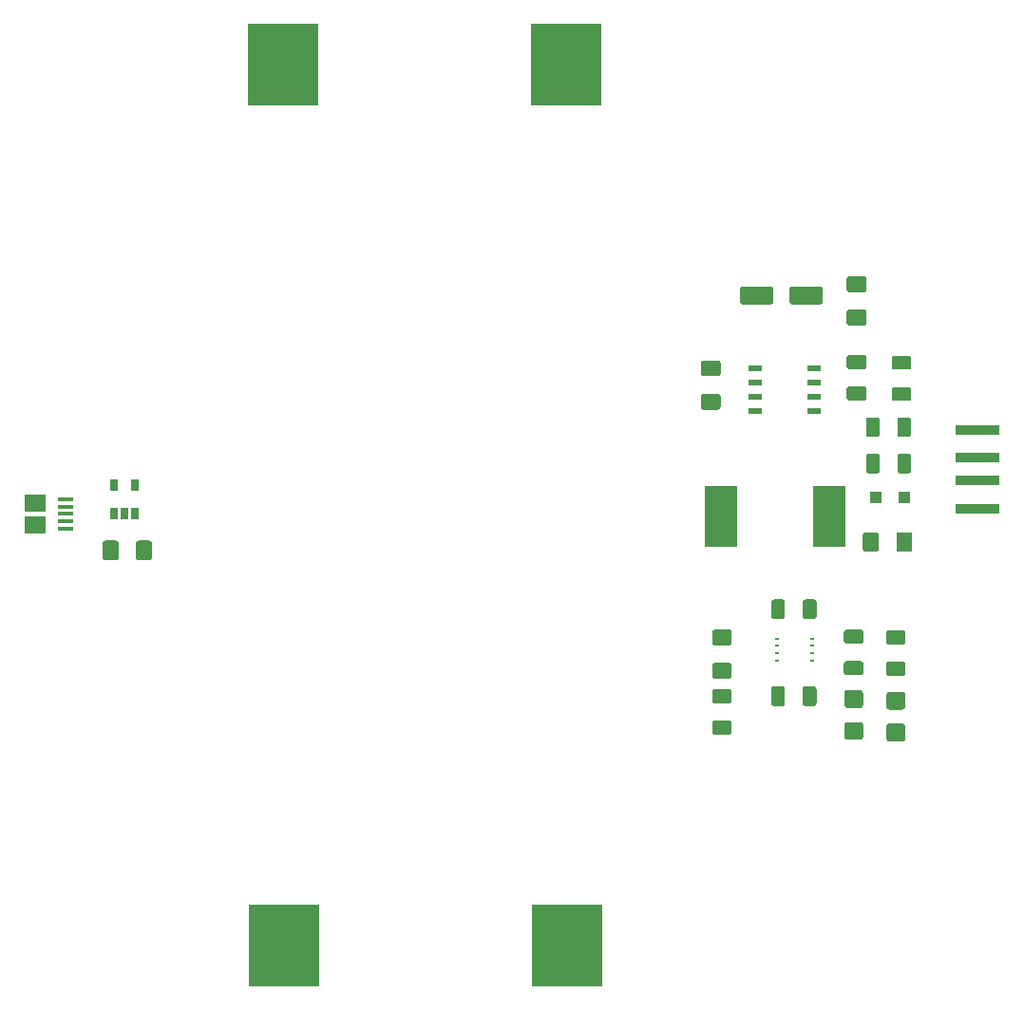
<source format=gbr>
G04 #@! TF.GenerationSoftware,KiCad,Pcbnew,(5.1.2-1)-1*
G04 #@! TF.CreationDate,2019-08-06T14:05:24+03:00*
G04 #@! TF.ProjectId,Boost_Converter,426f6f73-745f-4436-9f6e-766572746572,rev?*
G04 #@! TF.SameCoordinates,Original*
G04 #@! TF.FileFunction,Paste,Top*
G04 #@! TF.FilePolarity,Positive*
%FSLAX46Y46*%
G04 Gerber Fmt 4.6, Leading zero omitted, Abs format (unit mm)*
G04 Created by KiCad (PCBNEW (5.1.2-1)-1) date 2019-08-06 14:05:24*
%MOMM*%
%LPD*%
G04 APERTURE LIST*
%ADD10C,0.100000*%
%ADD11C,1.600000*%
%ADD12R,6.340000X7.340000*%
%ADD13C,1.425000*%
%ADD14R,1.000000X1.000000*%
%ADD15R,4.000000X0.900000*%
%ADD16R,1.900000X1.500000*%
%ADD17R,1.350000X0.400000*%
%ADD18R,2.900000X5.400000*%
%ADD19C,1.250000*%
%ADD20R,1.270000X0.510000*%
%ADD21R,0.380000X0.200000*%
%ADD22R,0.700000X1.000000*%
G04 APERTURE END LIST*
D10*
G36*
X103599504Y-91201204D02*
G01*
X103623773Y-91204804D01*
X103647571Y-91210765D01*
X103670671Y-91219030D01*
X103692849Y-91229520D01*
X103713893Y-91242133D01*
X103733598Y-91256747D01*
X103751777Y-91273223D01*
X103768253Y-91291402D01*
X103782867Y-91311107D01*
X103795480Y-91332151D01*
X103805970Y-91354329D01*
X103814235Y-91377429D01*
X103820196Y-91401227D01*
X103823796Y-91425496D01*
X103825000Y-91450000D01*
X103825000Y-92550000D01*
X103823796Y-92574504D01*
X103820196Y-92598773D01*
X103814235Y-92622571D01*
X103805970Y-92645671D01*
X103795480Y-92667849D01*
X103782867Y-92688893D01*
X103768253Y-92708598D01*
X103751777Y-92726777D01*
X103733598Y-92743253D01*
X103713893Y-92757867D01*
X103692849Y-92770480D01*
X103670671Y-92780970D01*
X103647571Y-92789235D01*
X103623773Y-92795196D01*
X103599504Y-92798796D01*
X103575000Y-92800000D01*
X102425000Y-92800000D01*
X102400496Y-92798796D01*
X102376227Y-92795196D01*
X102352429Y-92789235D01*
X102329329Y-92780970D01*
X102307151Y-92770480D01*
X102286107Y-92757867D01*
X102266402Y-92743253D01*
X102248223Y-92726777D01*
X102231747Y-92708598D01*
X102217133Y-92688893D01*
X102204520Y-92667849D01*
X102194030Y-92645671D01*
X102185765Y-92622571D01*
X102179804Y-92598773D01*
X102176204Y-92574504D01*
X102175000Y-92550000D01*
X102175000Y-91450000D01*
X102176204Y-91425496D01*
X102179804Y-91401227D01*
X102185765Y-91377429D01*
X102194030Y-91354329D01*
X102204520Y-91332151D01*
X102217133Y-91311107D01*
X102231747Y-91291402D01*
X102248223Y-91273223D01*
X102266402Y-91256747D01*
X102286107Y-91242133D01*
X102307151Y-91229520D01*
X102329329Y-91219030D01*
X102352429Y-91210765D01*
X102376227Y-91204804D01*
X102400496Y-91201204D01*
X102425000Y-91200000D01*
X103575000Y-91200000D01*
X103599504Y-91201204D01*
X103599504Y-91201204D01*
G37*
D11*
X103000000Y-92000000D03*
D10*
G36*
X103599504Y-94051204D02*
G01*
X103623773Y-94054804D01*
X103647571Y-94060765D01*
X103670671Y-94069030D01*
X103692849Y-94079520D01*
X103713893Y-94092133D01*
X103733598Y-94106747D01*
X103751777Y-94123223D01*
X103768253Y-94141402D01*
X103782867Y-94161107D01*
X103795480Y-94182151D01*
X103805970Y-94204329D01*
X103814235Y-94227429D01*
X103820196Y-94251227D01*
X103823796Y-94275496D01*
X103825000Y-94300000D01*
X103825000Y-95400000D01*
X103823796Y-95424504D01*
X103820196Y-95448773D01*
X103814235Y-95472571D01*
X103805970Y-95495671D01*
X103795480Y-95517849D01*
X103782867Y-95538893D01*
X103768253Y-95558598D01*
X103751777Y-95576777D01*
X103733598Y-95593253D01*
X103713893Y-95607867D01*
X103692849Y-95620480D01*
X103670671Y-95630970D01*
X103647571Y-95639235D01*
X103623773Y-95645196D01*
X103599504Y-95648796D01*
X103575000Y-95650000D01*
X102425000Y-95650000D01*
X102400496Y-95648796D01*
X102376227Y-95645196D01*
X102352429Y-95639235D01*
X102329329Y-95630970D01*
X102307151Y-95620480D01*
X102286107Y-95607867D01*
X102266402Y-95593253D01*
X102248223Y-95576777D01*
X102231747Y-95558598D01*
X102217133Y-95538893D01*
X102204520Y-95517849D01*
X102194030Y-95495671D01*
X102185765Y-95472571D01*
X102179804Y-95448773D01*
X102176204Y-95424504D01*
X102175000Y-95400000D01*
X102175000Y-94300000D01*
X102176204Y-94275496D01*
X102179804Y-94251227D01*
X102185765Y-94227429D01*
X102194030Y-94204329D01*
X102204520Y-94182151D01*
X102217133Y-94161107D01*
X102231747Y-94141402D01*
X102248223Y-94123223D01*
X102266402Y-94106747D01*
X102286107Y-94092133D01*
X102307151Y-94079520D01*
X102329329Y-94069030D01*
X102352429Y-94060765D01*
X102376227Y-94054804D01*
X102400496Y-94051204D01*
X102425000Y-94050000D01*
X103575000Y-94050000D01*
X103599504Y-94051204D01*
X103599504Y-94051204D01*
G37*
D11*
X103000000Y-94850000D03*
D12*
X52190000Y-114010000D03*
X52100000Y-35440000D03*
X77350000Y-35440000D03*
X77440000Y-114010000D03*
D10*
G36*
X100024504Y-55201204D02*
G01*
X100048773Y-55204804D01*
X100072571Y-55210765D01*
X100095671Y-55219030D01*
X100117849Y-55229520D01*
X100138893Y-55242133D01*
X100158598Y-55256747D01*
X100176777Y-55273223D01*
X100193253Y-55291402D01*
X100207867Y-55311107D01*
X100220480Y-55332151D01*
X100230970Y-55354329D01*
X100239235Y-55377429D01*
X100245196Y-55401227D01*
X100248796Y-55425496D01*
X100250000Y-55450000D01*
X100250000Y-56550000D01*
X100248796Y-56574504D01*
X100245196Y-56598773D01*
X100239235Y-56622571D01*
X100230970Y-56645671D01*
X100220480Y-56667849D01*
X100207867Y-56688893D01*
X100193253Y-56708598D01*
X100176777Y-56726777D01*
X100158598Y-56743253D01*
X100138893Y-56757867D01*
X100117849Y-56770480D01*
X100095671Y-56780970D01*
X100072571Y-56789235D01*
X100048773Y-56795196D01*
X100024504Y-56798796D01*
X100000000Y-56800000D01*
X97500000Y-56800000D01*
X97475496Y-56798796D01*
X97451227Y-56795196D01*
X97427429Y-56789235D01*
X97404329Y-56780970D01*
X97382151Y-56770480D01*
X97361107Y-56757867D01*
X97341402Y-56743253D01*
X97323223Y-56726777D01*
X97306747Y-56708598D01*
X97292133Y-56688893D01*
X97279520Y-56667849D01*
X97269030Y-56645671D01*
X97260765Y-56622571D01*
X97254804Y-56598773D01*
X97251204Y-56574504D01*
X97250000Y-56550000D01*
X97250000Y-55450000D01*
X97251204Y-55425496D01*
X97254804Y-55401227D01*
X97260765Y-55377429D01*
X97269030Y-55354329D01*
X97279520Y-55332151D01*
X97292133Y-55311107D01*
X97306747Y-55291402D01*
X97323223Y-55273223D01*
X97341402Y-55256747D01*
X97361107Y-55242133D01*
X97382151Y-55229520D01*
X97404329Y-55219030D01*
X97427429Y-55210765D01*
X97451227Y-55204804D01*
X97475496Y-55201204D01*
X97500000Y-55200000D01*
X100000000Y-55200000D01*
X100024504Y-55201204D01*
X100024504Y-55201204D01*
G37*
D11*
X98750000Y-56000000D03*
D10*
G36*
X95624504Y-55201204D02*
G01*
X95648773Y-55204804D01*
X95672571Y-55210765D01*
X95695671Y-55219030D01*
X95717849Y-55229520D01*
X95738893Y-55242133D01*
X95758598Y-55256747D01*
X95776777Y-55273223D01*
X95793253Y-55291402D01*
X95807867Y-55311107D01*
X95820480Y-55332151D01*
X95830970Y-55354329D01*
X95839235Y-55377429D01*
X95845196Y-55401227D01*
X95848796Y-55425496D01*
X95850000Y-55450000D01*
X95850000Y-56550000D01*
X95848796Y-56574504D01*
X95845196Y-56598773D01*
X95839235Y-56622571D01*
X95830970Y-56645671D01*
X95820480Y-56667849D01*
X95807867Y-56688893D01*
X95793253Y-56708598D01*
X95776777Y-56726777D01*
X95758598Y-56743253D01*
X95738893Y-56757867D01*
X95717849Y-56770480D01*
X95695671Y-56780970D01*
X95672571Y-56789235D01*
X95648773Y-56795196D01*
X95624504Y-56798796D01*
X95600000Y-56800000D01*
X93100000Y-56800000D01*
X93075496Y-56798796D01*
X93051227Y-56795196D01*
X93027429Y-56789235D01*
X93004329Y-56780970D01*
X92982151Y-56770480D01*
X92961107Y-56757867D01*
X92941402Y-56743253D01*
X92923223Y-56726777D01*
X92906747Y-56708598D01*
X92892133Y-56688893D01*
X92879520Y-56667849D01*
X92869030Y-56645671D01*
X92860765Y-56622571D01*
X92854804Y-56598773D01*
X92851204Y-56574504D01*
X92850000Y-56550000D01*
X92850000Y-55450000D01*
X92851204Y-55425496D01*
X92854804Y-55401227D01*
X92860765Y-55377429D01*
X92869030Y-55354329D01*
X92879520Y-55332151D01*
X92892133Y-55311107D01*
X92906747Y-55291402D01*
X92923223Y-55273223D01*
X92941402Y-55256747D01*
X92961107Y-55242133D01*
X92982151Y-55229520D01*
X93004329Y-55219030D01*
X93027429Y-55210765D01*
X93051227Y-55204804D01*
X93075496Y-55201204D01*
X93100000Y-55200000D01*
X95600000Y-55200000D01*
X95624504Y-55201204D01*
X95624504Y-55201204D01*
G37*
D11*
X94350000Y-56000000D03*
D10*
G36*
X103899504Y-57263704D02*
G01*
X103923773Y-57267304D01*
X103947571Y-57273265D01*
X103970671Y-57281530D01*
X103992849Y-57292020D01*
X104013893Y-57304633D01*
X104033598Y-57319247D01*
X104051777Y-57335723D01*
X104068253Y-57353902D01*
X104082867Y-57373607D01*
X104095480Y-57394651D01*
X104105970Y-57416829D01*
X104114235Y-57439929D01*
X104120196Y-57463727D01*
X104123796Y-57487996D01*
X104125000Y-57512500D01*
X104125000Y-58437500D01*
X104123796Y-58462004D01*
X104120196Y-58486273D01*
X104114235Y-58510071D01*
X104105970Y-58533171D01*
X104095480Y-58555349D01*
X104082867Y-58576393D01*
X104068253Y-58596098D01*
X104051777Y-58614277D01*
X104033598Y-58630753D01*
X104013893Y-58645367D01*
X103992849Y-58657980D01*
X103970671Y-58668470D01*
X103947571Y-58676735D01*
X103923773Y-58682696D01*
X103899504Y-58686296D01*
X103875000Y-58687500D01*
X102625000Y-58687500D01*
X102600496Y-58686296D01*
X102576227Y-58682696D01*
X102552429Y-58676735D01*
X102529329Y-58668470D01*
X102507151Y-58657980D01*
X102486107Y-58645367D01*
X102466402Y-58630753D01*
X102448223Y-58614277D01*
X102431747Y-58596098D01*
X102417133Y-58576393D01*
X102404520Y-58555349D01*
X102394030Y-58533171D01*
X102385765Y-58510071D01*
X102379804Y-58486273D01*
X102376204Y-58462004D01*
X102375000Y-58437500D01*
X102375000Y-57512500D01*
X102376204Y-57487996D01*
X102379804Y-57463727D01*
X102385765Y-57439929D01*
X102394030Y-57416829D01*
X102404520Y-57394651D01*
X102417133Y-57373607D01*
X102431747Y-57353902D01*
X102448223Y-57335723D01*
X102466402Y-57319247D01*
X102486107Y-57304633D01*
X102507151Y-57292020D01*
X102529329Y-57281530D01*
X102552429Y-57273265D01*
X102576227Y-57267304D01*
X102600496Y-57263704D01*
X102625000Y-57262500D01*
X103875000Y-57262500D01*
X103899504Y-57263704D01*
X103899504Y-57263704D01*
G37*
D13*
X103250000Y-57975000D03*
D10*
G36*
X103899504Y-54288704D02*
G01*
X103923773Y-54292304D01*
X103947571Y-54298265D01*
X103970671Y-54306530D01*
X103992849Y-54317020D01*
X104013893Y-54329633D01*
X104033598Y-54344247D01*
X104051777Y-54360723D01*
X104068253Y-54378902D01*
X104082867Y-54398607D01*
X104095480Y-54419651D01*
X104105970Y-54441829D01*
X104114235Y-54464929D01*
X104120196Y-54488727D01*
X104123796Y-54512996D01*
X104125000Y-54537500D01*
X104125000Y-55462500D01*
X104123796Y-55487004D01*
X104120196Y-55511273D01*
X104114235Y-55535071D01*
X104105970Y-55558171D01*
X104095480Y-55580349D01*
X104082867Y-55601393D01*
X104068253Y-55621098D01*
X104051777Y-55639277D01*
X104033598Y-55655753D01*
X104013893Y-55670367D01*
X103992849Y-55682980D01*
X103970671Y-55693470D01*
X103947571Y-55701735D01*
X103923773Y-55707696D01*
X103899504Y-55711296D01*
X103875000Y-55712500D01*
X102625000Y-55712500D01*
X102600496Y-55711296D01*
X102576227Y-55707696D01*
X102552429Y-55701735D01*
X102529329Y-55693470D01*
X102507151Y-55682980D01*
X102486107Y-55670367D01*
X102466402Y-55655753D01*
X102448223Y-55639277D01*
X102431747Y-55621098D01*
X102417133Y-55601393D01*
X102404520Y-55580349D01*
X102394030Y-55558171D01*
X102385765Y-55535071D01*
X102379804Y-55511273D01*
X102376204Y-55487004D01*
X102375000Y-55462500D01*
X102375000Y-54537500D01*
X102376204Y-54512996D01*
X102379804Y-54488727D01*
X102385765Y-54464929D01*
X102394030Y-54441829D01*
X102404520Y-54419651D01*
X102417133Y-54398607D01*
X102431747Y-54378902D01*
X102448223Y-54360723D01*
X102466402Y-54344247D01*
X102486107Y-54329633D01*
X102507151Y-54317020D01*
X102529329Y-54306530D01*
X102552429Y-54298265D01*
X102576227Y-54292304D01*
X102600496Y-54288704D01*
X102625000Y-54287500D01*
X103875000Y-54287500D01*
X103899504Y-54288704D01*
X103899504Y-54288704D01*
G37*
D13*
X103250000Y-55000000D03*
D10*
G36*
X90899504Y-61801204D02*
G01*
X90923773Y-61804804D01*
X90947571Y-61810765D01*
X90970671Y-61819030D01*
X90992849Y-61829520D01*
X91013893Y-61842133D01*
X91033598Y-61856747D01*
X91051777Y-61873223D01*
X91068253Y-61891402D01*
X91082867Y-61911107D01*
X91095480Y-61932151D01*
X91105970Y-61954329D01*
X91114235Y-61977429D01*
X91120196Y-62001227D01*
X91123796Y-62025496D01*
X91125000Y-62050000D01*
X91125000Y-62975000D01*
X91123796Y-62999504D01*
X91120196Y-63023773D01*
X91114235Y-63047571D01*
X91105970Y-63070671D01*
X91095480Y-63092849D01*
X91082867Y-63113893D01*
X91068253Y-63133598D01*
X91051777Y-63151777D01*
X91033598Y-63168253D01*
X91013893Y-63182867D01*
X90992849Y-63195480D01*
X90970671Y-63205970D01*
X90947571Y-63214235D01*
X90923773Y-63220196D01*
X90899504Y-63223796D01*
X90875000Y-63225000D01*
X89625000Y-63225000D01*
X89600496Y-63223796D01*
X89576227Y-63220196D01*
X89552429Y-63214235D01*
X89529329Y-63205970D01*
X89507151Y-63195480D01*
X89486107Y-63182867D01*
X89466402Y-63168253D01*
X89448223Y-63151777D01*
X89431747Y-63133598D01*
X89417133Y-63113893D01*
X89404520Y-63092849D01*
X89394030Y-63070671D01*
X89385765Y-63047571D01*
X89379804Y-63023773D01*
X89376204Y-62999504D01*
X89375000Y-62975000D01*
X89375000Y-62050000D01*
X89376204Y-62025496D01*
X89379804Y-62001227D01*
X89385765Y-61977429D01*
X89394030Y-61954329D01*
X89404520Y-61932151D01*
X89417133Y-61911107D01*
X89431747Y-61891402D01*
X89448223Y-61873223D01*
X89466402Y-61856747D01*
X89486107Y-61842133D01*
X89507151Y-61829520D01*
X89529329Y-61819030D01*
X89552429Y-61810765D01*
X89576227Y-61804804D01*
X89600496Y-61801204D01*
X89625000Y-61800000D01*
X90875000Y-61800000D01*
X90899504Y-61801204D01*
X90899504Y-61801204D01*
G37*
D13*
X90250000Y-62512500D03*
D10*
G36*
X90899504Y-64776204D02*
G01*
X90923773Y-64779804D01*
X90947571Y-64785765D01*
X90970671Y-64794030D01*
X90992849Y-64804520D01*
X91013893Y-64817133D01*
X91033598Y-64831747D01*
X91051777Y-64848223D01*
X91068253Y-64866402D01*
X91082867Y-64886107D01*
X91095480Y-64907151D01*
X91105970Y-64929329D01*
X91114235Y-64952429D01*
X91120196Y-64976227D01*
X91123796Y-65000496D01*
X91125000Y-65025000D01*
X91125000Y-65950000D01*
X91123796Y-65974504D01*
X91120196Y-65998773D01*
X91114235Y-66022571D01*
X91105970Y-66045671D01*
X91095480Y-66067849D01*
X91082867Y-66088893D01*
X91068253Y-66108598D01*
X91051777Y-66126777D01*
X91033598Y-66143253D01*
X91013893Y-66157867D01*
X90992849Y-66170480D01*
X90970671Y-66180970D01*
X90947571Y-66189235D01*
X90923773Y-66195196D01*
X90899504Y-66198796D01*
X90875000Y-66200000D01*
X89625000Y-66200000D01*
X89600496Y-66198796D01*
X89576227Y-66195196D01*
X89552429Y-66189235D01*
X89529329Y-66180970D01*
X89507151Y-66170480D01*
X89486107Y-66157867D01*
X89466402Y-66143253D01*
X89448223Y-66126777D01*
X89431747Y-66108598D01*
X89417133Y-66088893D01*
X89404520Y-66067849D01*
X89394030Y-66045671D01*
X89385765Y-66022571D01*
X89379804Y-65998773D01*
X89376204Y-65974504D01*
X89375000Y-65950000D01*
X89375000Y-65025000D01*
X89376204Y-65000496D01*
X89379804Y-64976227D01*
X89385765Y-64952429D01*
X89394030Y-64929329D01*
X89404520Y-64907151D01*
X89417133Y-64886107D01*
X89431747Y-64866402D01*
X89448223Y-64848223D01*
X89466402Y-64831747D01*
X89486107Y-64817133D01*
X89507151Y-64804520D01*
X89529329Y-64794030D01*
X89552429Y-64785765D01*
X89576227Y-64779804D01*
X89600496Y-64776204D01*
X89625000Y-64775000D01*
X90875000Y-64775000D01*
X90899504Y-64776204D01*
X90899504Y-64776204D01*
G37*
D13*
X90250000Y-65487500D03*
D10*
G36*
X107987004Y-77126204D02*
G01*
X108011273Y-77129804D01*
X108035071Y-77135765D01*
X108058171Y-77144030D01*
X108080349Y-77154520D01*
X108101393Y-77167133D01*
X108121098Y-77181747D01*
X108139277Y-77198223D01*
X108155753Y-77216402D01*
X108170367Y-77236107D01*
X108182980Y-77257151D01*
X108193470Y-77279329D01*
X108201735Y-77302429D01*
X108207696Y-77326227D01*
X108211296Y-77350496D01*
X108212500Y-77375000D01*
X108212500Y-78625000D01*
X108211296Y-78649504D01*
X108207696Y-78673773D01*
X108201735Y-78697571D01*
X108193470Y-78720671D01*
X108182980Y-78742849D01*
X108170367Y-78763893D01*
X108155753Y-78783598D01*
X108139277Y-78801777D01*
X108121098Y-78818253D01*
X108101393Y-78832867D01*
X108080349Y-78845480D01*
X108058171Y-78855970D01*
X108035071Y-78864235D01*
X108011273Y-78870196D01*
X107987004Y-78873796D01*
X107962500Y-78875000D01*
X107037500Y-78875000D01*
X107012996Y-78873796D01*
X106988727Y-78870196D01*
X106964929Y-78864235D01*
X106941829Y-78855970D01*
X106919651Y-78845480D01*
X106898607Y-78832867D01*
X106878902Y-78818253D01*
X106860723Y-78801777D01*
X106844247Y-78783598D01*
X106829633Y-78763893D01*
X106817020Y-78742849D01*
X106806530Y-78720671D01*
X106798265Y-78697571D01*
X106792304Y-78673773D01*
X106788704Y-78649504D01*
X106787500Y-78625000D01*
X106787500Y-77375000D01*
X106788704Y-77350496D01*
X106792304Y-77326227D01*
X106798265Y-77302429D01*
X106806530Y-77279329D01*
X106817020Y-77257151D01*
X106829633Y-77236107D01*
X106844247Y-77216402D01*
X106860723Y-77198223D01*
X106878902Y-77181747D01*
X106898607Y-77167133D01*
X106919651Y-77154520D01*
X106941829Y-77144030D01*
X106964929Y-77135765D01*
X106988727Y-77129804D01*
X107012996Y-77126204D01*
X107037500Y-77125000D01*
X107962500Y-77125000D01*
X107987004Y-77126204D01*
X107987004Y-77126204D01*
G37*
D13*
X107500000Y-78000000D03*
D10*
G36*
X105012004Y-77126204D02*
G01*
X105036273Y-77129804D01*
X105060071Y-77135765D01*
X105083171Y-77144030D01*
X105105349Y-77154520D01*
X105126393Y-77167133D01*
X105146098Y-77181747D01*
X105164277Y-77198223D01*
X105180753Y-77216402D01*
X105195367Y-77236107D01*
X105207980Y-77257151D01*
X105218470Y-77279329D01*
X105226735Y-77302429D01*
X105232696Y-77326227D01*
X105236296Y-77350496D01*
X105237500Y-77375000D01*
X105237500Y-78625000D01*
X105236296Y-78649504D01*
X105232696Y-78673773D01*
X105226735Y-78697571D01*
X105218470Y-78720671D01*
X105207980Y-78742849D01*
X105195367Y-78763893D01*
X105180753Y-78783598D01*
X105164277Y-78801777D01*
X105146098Y-78818253D01*
X105126393Y-78832867D01*
X105105349Y-78845480D01*
X105083171Y-78855970D01*
X105060071Y-78864235D01*
X105036273Y-78870196D01*
X105012004Y-78873796D01*
X104987500Y-78875000D01*
X104062500Y-78875000D01*
X104037996Y-78873796D01*
X104013727Y-78870196D01*
X103989929Y-78864235D01*
X103966829Y-78855970D01*
X103944651Y-78845480D01*
X103923607Y-78832867D01*
X103903902Y-78818253D01*
X103885723Y-78801777D01*
X103869247Y-78783598D01*
X103854633Y-78763893D01*
X103842020Y-78742849D01*
X103831530Y-78720671D01*
X103823265Y-78697571D01*
X103817304Y-78673773D01*
X103813704Y-78649504D01*
X103812500Y-78625000D01*
X103812500Y-77375000D01*
X103813704Y-77350496D01*
X103817304Y-77326227D01*
X103823265Y-77302429D01*
X103831530Y-77279329D01*
X103842020Y-77257151D01*
X103854633Y-77236107D01*
X103869247Y-77216402D01*
X103885723Y-77198223D01*
X103903902Y-77181747D01*
X103923607Y-77167133D01*
X103944651Y-77154520D01*
X103966829Y-77144030D01*
X103989929Y-77135765D01*
X104013727Y-77129804D01*
X104037996Y-77126204D01*
X104062500Y-77125000D01*
X104987500Y-77125000D01*
X105012004Y-77126204D01*
X105012004Y-77126204D01*
G37*
D13*
X104525000Y-78000000D03*
D10*
G36*
X40224504Y-77876204D02*
G01*
X40248773Y-77879804D01*
X40272571Y-77885765D01*
X40295671Y-77894030D01*
X40317849Y-77904520D01*
X40338893Y-77917133D01*
X40358598Y-77931747D01*
X40376777Y-77948223D01*
X40393253Y-77966402D01*
X40407867Y-77986107D01*
X40420480Y-78007151D01*
X40430970Y-78029329D01*
X40439235Y-78052429D01*
X40445196Y-78076227D01*
X40448796Y-78100496D01*
X40450000Y-78125000D01*
X40450000Y-79375000D01*
X40448796Y-79399504D01*
X40445196Y-79423773D01*
X40439235Y-79447571D01*
X40430970Y-79470671D01*
X40420480Y-79492849D01*
X40407867Y-79513893D01*
X40393253Y-79533598D01*
X40376777Y-79551777D01*
X40358598Y-79568253D01*
X40338893Y-79582867D01*
X40317849Y-79595480D01*
X40295671Y-79605970D01*
X40272571Y-79614235D01*
X40248773Y-79620196D01*
X40224504Y-79623796D01*
X40200000Y-79625000D01*
X39275000Y-79625000D01*
X39250496Y-79623796D01*
X39226227Y-79620196D01*
X39202429Y-79614235D01*
X39179329Y-79605970D01*
X39157151Y-79595480D01*
X39136107Y-79582867D01*
X39116402Y-79568253D01*
X39098223Y-79551777D01*
X39081747Y-79533598D01*
X39067133Y-79513893D01*
X39054520Y-79492849D01*
X39044030Y-79470671D01*
X39035765Y-79447571D01*
X39029804Y-79423773D01*
X39026204Y-79399504D01*
X39025000Y-79375000D01*
X39025000Y-78125000D01*
X39026204Y-78100496D01*
X39029804Y-78076227D01*
X39035765Y-78052429D01*
X39044030Y-78029329D01*
X39054520Y-78007151D01*
X39067133Y-77986107D01*
X39081747Y-77966402D01*
X39098223Y-77948223D01*
X39116402Y-77931747D01*
X39136107Y-77917133D01*
X39157151Y-77904520D01*
X39179329Y-77894030D01*
X39202429Y-77885765D01*
X39226227Y-77879804D01*
X39250496Y-77876204D01*
X39275000Y-77875000D01*
X40200000Y-77875000D01*
X40224504Y-77876204D01*
X40224504Y-77876204D01*
G37*
D13*
X39737500Y-78750000D03*
D10*
G36*
X37249504Y-77876204D02*
G01*
X37273773Y-77879804D01*
X37297571Y-77885765D01*
X37320671Y-77894030D01*
X37342849Y-77904520D01*
X37363893Y-77917133D01*
X37383598Y-77931747D01*
X37401777Y-77948223D01*
X37418253Y-77966402D01*
X37432867Y-77986107D01*
X37445480Y-78007151D01*
X37455970Y-78029329D01*
X37464235Y-78052429D01*
X37470196Y-78076227D01*
X37473796Y-78100496D01*
X37475000Y-78125000D01*
X37475000Y-79375000D01*
X37473796Y-79399504D01*
X37470196Y-79423773D01*
X37464235Y-79447571D01*
X37455970Y-79470671D01*
X37445480Y-79492849D01*
X37432867Y-79513893D01*
X37418253Y-79533598D01*
X37401777Y-79551777D01*
X37383598Y-79568253D01*
X37363893Y-79582867D01*
X37342849Y-79595480D01*
X37320671Y-79605970D01*
X37297571Y-79614235D01*
X37273773Y-79620196D01*
X37249504Y-79623796D01*
X37225000Y-79625000D01*
X36300000Y-79625000D01*
X36275496Y-79623796D01*
X36251227Y-79620196D01*
X36227429Y-79614235D01*
X36204329Y-79605970D01*
X36182151Y-79595480D01*
X36161107Y-79582867D01*
X36141402Y-79568253D01*
X36123223Y-79551777D01*
X36106747Y-79533598D01*
X36092133Y-79513893D01*
X36079520Y-79492849D01*
X36069030Y-79470671D01*
X36060765Y-79447571D01*
X36054804Y-79423773D01*
X36051204Y-79399504D01*
X36050000Y-79375000D01*
X36050000Y-78125000D01*
X36051204Y-78100496D01*
X36054804Y-78076227D01*
X36060765Y-78052429D01*
X36069030Y-78029329D01*
X36079520Y-78007151D01*
X36092133Y-77986107D01*
X36106747Y-77966402D01*
X36123223Y-77948223D01*
X36141402Y-77931747D01*
X36161107Y-77917133D01*
X36182151Y-77904520D01*
X36204329Y-77894030D01*
X36227429Y-77885765D01*
X36251227Y-77879804D01*
X36275496Y-77876204D01*
X36300000Y-77875000D01*
X37225000Y-77875000D01*
X37249504Y-77876204D01*
X37249504Y-77876204D01*
G37*
D13*
X36762500Y-78750000D03*
D10*
G36*
X91899504Y-85813704D02*
G01*
X91923773Y-85817304D01*
X91947571Y-85823265D01*
X91970671Y-85831530D01*
X91992849Y-85842020D01*
X92013893Y-85854633D01*
X92033598Y-85869247D01*
X92051777Y-85885723D01*
X92068253Y-85903902D01*
X92082867Y-85923607D01*
X92095480Y-85944651D01*
X92105970Y-85966829D01*
X92114235Y-85989929D01*
X92120196Y-86013727D01*
X92123796Y-86037996D01*
X92125000Y-86062500D01*
X92125000Y-86987500D01*
X92123796Y-87012004D01*
X92120196Y-87036273D01*
X92114235Y-87060071D01*
X92105970Y-87083171D01*
X92095480Y-87105349D01*
X92082867Y-87126393D01*
X92068253Y-87146098D01*
X92051777Y-87164277D01*
X92033598Y-87180753D01*
X92013893Y-87195367D01*
X91992849Y-87207980D01*
X91970671Y-87218470D01*
X91947571Y-87226735D01*
X91923773Y-87232696D01*
X91899504Y-87236296D01*
X91875000Y-87237500D01*
X90625000Y-87237500D01*
X90600496Y-87236296D01*
X90576227Y-87232696D01*
X90552429Y-87226735D01*
X90529329Y-87218470D01*
X90507151Y-87207980D01*
X90486107Y-87195367D01*
X90466402Y-87180753D01*
X90448223Y-87164277D01*
X90431747Y-87146098D01*
X90417133Y-87126393D01*
X90404520Y-87105349D01*
X90394030Y-87083171D01*
X90385765Y-87060071D01*
X90379804Y-87036273D01*
X90376204Y-87012004D01*
X90375000Y-86987500D01*
X90375000Y-86062500D01*
X90376204Y-86037996D01*
X90379804Y-86013727D01*
X90385765Y-85989929D01*
X90394030Y-85966829D01*
X90404520Y-85944651D01*
X90417133Y-85923607D01*
X90431747Y-85903902D01*
X90448223Y-85885723D01*
X90466402Y-85869247D01*
X90486107Y-85854633D01*
X90507151Y-85842020D01*
X90529329Y-85831530D01*
X90552429Y-85823265D01*
X90576227Y-85817304D01*
X90600496Y-85813704D01*
X90625000Y-85812500D01*
X91875000Y-85812500D01*
X91899504Y-85813704D01*
X91899504Y-85813704D01*
G37*
D13*
X91250000Y-86525000D03*
D10*
G36*
X91899504Y-88788704D02*
G01*
X91923773Y-88792304D01*
X91947571Y-88798265D01*
X91970671Y-88806530D01*
X91992849Y-88817020D01*
X92013893Y-88829633D01*
X92033598Y-88844247D01*
X92051777Y-88860723D01*
X92068253Y-88878902D01*
X92082867Y-88898607D01*
X92095480Y-88919651D01*
X92105970Y-88941829D01*
X92114235Y-88964929D01*
X92120196Y-88988727D01*
X92123796Y-89012996D01*
X92125000Y-89037500D01*
X92125000Y-89962500D01*
X92123796Y-89987004D01*
X92120196Y-90011273D01*
X92114235Y-90035071D01*
X92105970Y-90058171D01*
X92095480Y-90080349D01*
X92082867Y-90101393D01*
X92068253Y-90121098D01*
X92051777Y-90139277D01*
X92033598Y-90155753D01*
X92013893Y-90170367D01*
X91992849Y-90182980D01*
X91970671Y-90193470D01*
X91947571Y-90201735D01*
X91923773Y-90207696D01*
X91899504Y-90211296D01*
X91875000Y-90212500D01*
X90625000Y-90212500D01*
X90600496Y-90211296D01*
X90576227Y-90207696D01*
X90552429Y-90201735D01*
X90529329Y-90193470D01*
X90507151Y-90182980D01*
X90486107Y-90170367D01*
X90466402Y-90155753D01*
X90448223Y-90139277D01*
X90431747Y-90121098D01*
X90417133Y-90101393D01*
X90404520Y-90080349D01*
X90394030Y-90058171D01*
X90385765Y-90035071D01*
X90379804Y-90011273D01*
X90376204Y-89987004D01*
X90375000Y-89962500D01*
X90375000Y-89037500D01*
X90376204Y-89012996D01*
X90379804Y-88988727D01*
X90385765Y-88964929D01*
X90394030Y-88941829D01*
X90404520Y-88919651D01*
X90417133Y-88898607D01*
X90431747Y-88878902D01*
X90448223Y-88860723D01*
X90466402Y-88844247D01*
X90486107Y-88829633D01*
X90507151Y-88817020D01*
X90529329Y-88806530D01*
X90552429Y-88798265D01*
X90576227Y-88792304D01*
X90600496Y-88788704D01*
X90625000Y-88787500D01*
X91875000Y-88787500D01*
X91899504Y-88788704D01*
X91899504Y-88788704D01*
G37*
D13*
X91250000Y-89500000D03*
D14*
X107500000Y-74000000D03*
X105000000Y-74000000D03*
D10*
G36*
X107349504Y-94201204D02*
G01*
X107373773Y-94204804D01*
X107397571Y-94210765D01*
X107420671Y-94219030D01*
X107442849Y-94229520D01*
X107463893Y-94242133D01*
X107483598Y-94256747D01*
X107501777Y-94273223D01*
X107518253Y-94291402D01*
X107532867Y-94311107D01*
X107545480Y-94332151D01*
X107555970Y-94354329D01*
X107564235Y-94377429D01*
X107570196Y-94401227D01*
X107573796Y-94425496D01*
X107575000Y-94450000D01*
X107575000Y-95550000D01*
X107573796Y-95574504D01*
X107570196Y-95598773D01*
X107564235Y-95622571D01*
X107555970Y-95645671D01*
X107545480Y-95667849D01*
X107532867Y-95688893D01*
X107518253Y-95708598D01*
X107501777Y-95726777D01*
X107483598Y-95743253D01*
X107463893Y-95757867D01*
X107442849Y-95770480D01*
X107420671Y-95780970D01*
X107397571Y-95789235D01*
X107373773Y-95795196D01*
X107349504Y-95798796D01*
X107325000Y-95800000D01*
X106175000Y-95800000D01*
X106150496Y-95798796D01*
X106126227Y-95795196D01*
X106102429Y-95789235D01*
X106079329Y-95780970D01*
X106057151Y-95770480D01*
X106036107Y-95757867D01*
X106016402Y-95743253D01*
X105998223Y-95726777D01*
X105981747Y-95708598D01*
X105967133Y-95688893D01*
X105954520Y-95667849D01*
X105944030Y-95645671D01*
X105935765Y-95622571D01*
X105929804Y-95598773D01*
X105926204Y-95574504D01*
X105925000Y-95550000D01*
X105925000Y-94450000D01*
X105926204Y-94425496D01*
X105929804Y-94401227D01*
X105935765Y-94377429D01*
X105944030Y-94354329D01*
X105954520Y-94332151D01*
X105967133Y-94311107D01*
X105981747Y-94291402D01*
X105998223Y-94273223D01*
X106016402Y-94256747D01*
X106036107Y-94242133D01*
X106057151Y-94229520D01*
X106079329Y-94219030D01*
X106102429Y-94210765D01*
X106126227Y-94204804D01*
X106150496Y-94201204D01*
X106175000Y-94200000D01*
X107325000Y-94200000D01*
X107349504Y-94201204D01*
X107349504Y-94201204D01*
G37*
D11*
X106750000Y-95000000D03*
D10*
G36*
X107349504Y-91351204D02*
G01*
X107373773Y-91354804D01*
X107397571Y-91360765D01*
X107420671Y-91369030D01*
X107442849Y-91379520D01*
X107463893Y-91392133D01*
X107483598Y-91406747D01*
X107501777Y-91423223D01*
X107518253Y-91441402D01*
X107532867Y-91461107D01*
X107545480Y-91482151D01*
X107555970Y-91504329D01*
X107564235Y-91527429D01*
X107570196Y-91551227D01*
X107573796Y-91575496D01*
X107575000Y-91600000D01*
X107575000Y-92700000D01*
X107573796Y-92724504D01*
X107570196Y-92748773D01*
X107564235Y-92772571D01*
X107555970Y-92795671D01*
X107545480Y-92817849D01*
X107532867Y-92838893D01*
X107518253Y-92858598D01*
X107501777Y-92876777D01*
X107483598Y-92893253D01*
X107463893Y-92907867D01*
X107442849Y-92920480D01*
X107420671Y-92930970D01*
X107397571Y-92939235D01*
X107373773Y-92945196D01*
X107349504Y-92948796D01*
X107325000Y-92950000D01*
X106175000Y-92950000D01*
X106150496Y-92948796D01*
X106126227Y-92945196D01*
X106102429Y-92939235D01*
X106079329Y-92930970D01*
X106057151Y-92920480D01*
X106036107Y-92907867D01*
X106016402Y-92893253D01*
X105998223Y-92876777D01*
X105981747Y-92858598D01*
X105967133Y-92838893D01*
X105954520Y-92817849D01*
X105944030Y-92795671D01*
X105935765Y-92772571D01*
X105929804Y-92748773D01*
X105926204Y-92724504D01*
X105925000Y-92700000D01*
X105925000Y-91600000D01*
X105926204Y-91575496D01*
X105929804Y-91551227D01*
X105935765Y-91527429D01*
X105944030Y-91504329D01*
X105954520Y-91482151D01*
X105967133Y-91461107D01*
X105981747Y-91441402D01*
X105998223Y-91423223D01*
X106016402Y-91406747D01*
X106036107Y-91392133D01*
X106057151Y-91379520D01*
X106079329Y-91369030D01*
X106102429Y-91360765D01*
X106126227Y-91354804D01*
X106150496Y-91351204D01*
X106175000Y-91350000D01*
X107325000Y-91350000D01*
X107349504Y-91351204D01*
X107349504Y-91351204D01*
G37*
D11*
X106750000Y-92150000D03*
D15*
X114000000Y-68000000D03*
X114000000Y-70500000D03*
X114000000Y-72500000D03*
X114000000Y-75000000D03*
D16*
X30025000Y-76500000D03*
D17*
X32725000Y-74850000D03*
X32725000Y-74200000D03*
X32725000Y-76800000D03*
X32725000Y-76150000D03*
X32725000Y-75500000D03*
D16*
X30025000Y-74500000D03*
D18*
X91150000Y-75750000D03*
X100850000Y-75750000D03*
D10*
G36*
X103899504Y-61326204D02*
G01*
X103923773Y-61329804D01*
X103947571Y-61335765D01*
X103970671Y-61344030D01*
X103992849Y-61354520D01*
X104013893Y-61367133D01*
X104033598Y-61381747D01*
X104051777Y-61398223D01*
X104068253Y-61416402D01*
X104082867Y-61436107D01*
X104095480Y-61457151D01*
X104105970Y-61479329D01*
X104114235Y-61502429D01*
X104120196Y-61526227D01*
X104123796Y-61550496D01*
X104125000Y-61575000D01*
X104125000Y-62325000D01*
X104123796Y-62349504D01*
X104120196Y-62373773D01*
X104114235Y-62397571D01*
X104105970Y-62420671D01*
X104095480Y-62442849D01*
X104082867Y-62463893D01*
X104068253Y-62483598D01*
X104051777Y-62501777D01*
X104033598Y-62518253D01*
X104013893Y-62532867D01*
X103992849Y-62545480D01*
X103970671Y-62555970D01*
X103947571Y-62564235D01*
X103923773Y-62570196D01*
X103899504Y-62573796D01*
X103875000Y-62575000D01*
X102625000Y-62575000D01*
X102600496Y-62573796D01*
X102576227Y-62570196D01*
X102552429Y-62564235D01*
X102529329Y-62555970D01*
X102507151Y-62545480D01*
X102486107Y-62532867D01*
X102466402Y-62518253D01*
X102448223Y-62501777D01*
X102431747Y-62483598D01*
X102417133Y-62463893D01*
X102404520Y-62442849D01*
X102394030Y-62420671D01*
X102385765Y-62397571D01*
X102379804Y-62373773D01*
X102376204Y-62349504D01*
X102375000Y-62325000D01*
X102375000Y-61575000D01*
X102376204Y-61550496D01*
X102379804Y-61526227D01*
X102385765Y-61502429D01*
X102394030Y-61479329D01*
X102404520Y-61457151D01*
X102417133Y-61436107D01*
X102431747Y-61416402D01*
X102448223Y-61398223D01*
X102466402Y-61381747D01*
X102486107Y-61367133D01*
X102507151Y-61354520D01*
X102529329Y-61344030D01*
X102552429Y-61335765D01*
X102576227Y-61329804D01*
X102600496Y-61326204D01*
X102625000Y-61325000D01*
X103875000Y-61325000D01*
X103899504Y-61326204D01*
X103899504Y-61326204D01*
G37*
D19*
X103250000Y-61950000D03*
D10*
G36*
X103899504Y-64126204D02*
G01*
X103923773Y-64129804D01*
X103947571Y-64135765D01*
X103970671Y-64144030D01*
X103992849Y-64154520D01*
X104013893Y-64167133D01*
X104033598Y-64181747D01*
X104051777Y-64198223D01*
X104068253Y-64216402D01*
X104082867Y-64236107D01*
X104095480Y-64257151D01*
X104105970Y-64279329D01*
X104114235Y-64302429D01*
X104120196Y-64326227D01*
X104123796Y-64350496D01*
X104125000Y-64375000D01*
X104125000Y-65125000D01*
X104123796Y-65149504D01*
X104120196Y-65173773D01*
X104114235Y-65197571D01*
X104105970Y-65220671D01*
X104095480Y-65242849D01*
X104082867Y-65263893D01*
X104068253Y-65283598D01*
X104051777Y-65301777D01*
X104033598Y-65318253D01*
X104013893Y-65332867D01*
X103992849Y-65345480D01*
X103970671Y-65355970D01*
X103947571Y-65364235D01*
X103923773Y-65370196D01*
X103899504Y-65373796D01*
X103875000Y-65375000D01*
X102625000Y-65375000D01*
X102600496Y-65373796D01*
X102576227Y-65370196D01*
X102552429Y-65364235D01*
X102529329Y-65355970D01*
X102507151Y-65345480D01*
X102486107Y-65332867D01*
X102466402Y-65318253D01*
X102448223Y-65301777D01*
X102431747Y-65283598D01*
X102417133Y-65263893D01*
X102404520Y-65242849D01*
X102394030Y-65220671D01*
X102385765Y-65197571D01*
X102379804Y-65173773D01*
X102376204Y-65149504D01*
X102375000Y-65125000D01*
X102375000Y-64375000D01*
X102376204Y-64350496D01*
X102379804Y-64326227D01*
X102385765Y-64302429D01*
X102394030Y-64279329D01*
X102404520Y-64257151D01*
X102417133Y-64236107D01*
X102431747Y-64216402D01*
X102448223Y-64198223D01*
X102466402Y-64181747D01*
X102486107Y-64167133D01*
X102507151Y-64154520D01*
X102529329Y-64144030D01*
X102552429Y-64135765D01*
X102576227Y-64129804D01*
X102600496Y-64126204D01*
X102625000Y-64125000D01*
X103875000Y-64125000D01*
X103899504Y-64126204D01*
X103899504Y-64126204D01*
G37*
D19*
X103250000Y-64750000D03*
D10*
G36*
X107899504Y-64176204D02*
G01*
X107923773Y-64179804D01*
X107947571Y-64185765D01*
X107970671Y-64194030D01*
X107992849Y-64204520D01*
X108013893Y-64217133D01*
X108033598Y-64231747D01*
X108051777Y-64248223D01*
X108068253Y-64266402D01*
X108082867Y-64286107D01*
X108095480Y-64307151D01*
X108105970Y-64329329D01*
X108114235Y-64352429D01*
X108120196Y-64376227D01*
X108123796Y-64400496D01*
X108125000Y-64425000D01*
X108125000Y-65175000D01*
X108123796Y-65199504D01*
X108120196Y-65223773D01*
X108114235Y-65247571D01*
X108105970Y-65270671D01*
X108095480Y-65292849D01*
X108082867Y-65313893D01*
X108068253Y-65333598D01*
X108051777Y-65351777D01*
X108033598Y-65368253D01*
X108013893Y-65382867D01*
X107992849Y-65395480D01*
X107970671Y-65405970D01*
X107947571Y-65414235D01*
X107923773Y-65420196D01*
X107899504Y-65423796D01*
X107875000Y-65425000D01*
X106625000Y-65425000D01*
X106600496Y-65423796D01*
X106576227Y-65420196D01*
X106552429Y-65414235D01*
X106529329Y-65405970D01*
X106507151Y-65395480D01*
X106486107Y-65382867D01*
X106466402Y-65368253D01*
X106448223Y-65351777D01*
X106431747Y-65333598D01*
X106417133Y-65313893D01*
X106404520Y-65292849D01*
X106394030Y-65270671D01*
X106385765Y-65247571D01*
X106379804Y-65223773D01*
X106376204Y-65199504D01*
X106375000Y-65175000D01*
X106375000Y-64425000D01*
X106376204Y-64400496D01*
X106379804Y-64376227D01*
X106385765Y-64352429D01*
X106394030Y-64329329D01*
X106404520Y-64307151D01*
X106417133Y-64286107D01*
X106431747Y-64266402D01*
X106448223Y-64248223D01*
X106466402Y-64231747D01*
X106486107Y-64217133D01*
X106507151Y-64204520D01*
X106529329Y-64194030D01*
X106552429Y-64185765D01*
X106576227Y-64179804D01*
X106600496Y-64176204D01*
X106625000Y-64175000D01*
X107875000Y-64175000D01*
X107899504Y-64176204D01*
X107899504Y-64176204D01*
G37*
D19*
X107250000Y-64800000D03*
D10*
G36*
X107899504Y-61376204D02*
G01*
X107923773Y-61379804D01*
X107947571Y-61385765D01*
X107970671Y-61394030D01*
X107992849Y-61404520D01*
X108013893Y-61417133D01*
X108033598Y-61431747D01*
X108051777Y-61448223D01*
X108068253Y-61466402D01*
X108082867Y-61486107D01*
X108095480Y-61507151D01*
X108105970Y-61529329D01*
X108114235Y-61552429D01*
X108120196Y-61576227D01*
X108123796Y-61600496D01*
X108125000Y-61625000D01*
X108125000Y-62375000D01*
X108123796Y-62399504D01*
X108120196Y-62423773D01*
X108114235Y-62447571D01*
X108105970Y-62470671D01*
X108095480Y-62492849D01*
X108082867Y-62513893D01*
X108068253Y-62533598D01*
X108051777Y-62551777D01*
X108033598Y-62568253D01*
X108013893Y-62582867D01*
X107992849Y-62595480D01*
X107970671Y-62605970D01*
X107947571Y-62614235D01*
X107923773Y-62620196D01*
X107899504Y-62623796D01*
X107875000Y-62625000D01*
X106625000Y-62625000D01*
X106600496Y-62623796D01*
X106576227Y-62620196D01*
X106552429Y-62614235D01*
X106529329Y-62605970D01*
X106507151Y-62595480D01*
X106486107Y-62582867D01*
X106466402Y-62568253D01*
X106448223Y-62551777D01*
X106431747Y-62533598D01*
X106417133Y-62513893D01*
X106404520Y-62492849D01*
X106394030Y-62470671D01*
X106385765Y-62447571D01*
X106379804Y-62423773D01*
X106376204Y-62399504D01*
X106375000Y-62375000D01*
X106375000Y-61625000D01*
X106376204Y-61600496D01*
X106379804Y-61576227D01*
X106385765Y-61552429D01*
X106394030Y-61529329D01*
X106404520Y-61507151D01*
X106417133Y-61486107D01*
X106431747Y-61466402D01*
X106448223Y-61448223D01*
X106466402Y-61431747D01*
X106486107Y-61417133D01*
X106507151Y-61404520D01*
X106529329Y-61394030D01*
X106552429Y-61385765D01*
X106576227Y-61379804D01*
X106600496Y-61376204D01*
X106625000Y-61375000D01*
X107875000Y-61375000D01*
X107899504Y-61376204D01*
X107899504Y-61376204D01*
G37*
D19*
X107250000Y-62000000D03*
D10*
G36*
X105099504Y-70126204D02*
G01*
X105123773Y-70129804D01*
X105147571Y-70135765D01*
X105170671Y-70144030D01*
X105192849Y-70154520D01*
X105213893Y-70167133D01*
X105233598Y-70181747D01*
X105251777Y-70198223D01*
X105268253Y-70216402D01*
X105282867Y-70236107D01*
X105295480Y-70257151D01*
X105305970Y-70279329D01*
X105314235Y-70302429D01*
X105320196Y-70326227D01*
X105323796Y-70350496D01*
X105325000Y-70375000D01*
X105325000Y-71625000D01*
X105323796Y-71649504D01*
X105320196Y-71673773D01*
X105314235Y-71697571D01*
X105305970Y-71720671D01*
X105295480Y-71742849D01*
X105282867Y-71763893D01*
X105268253Y-71783598D01*
X105251777Y-71801777D01*
X105233598Y-71818253D01*
X105213893Y-71832867D01*
X105192849Y-71845480D01*
X105170671Y-71855970D01*
X105147571Y-71864235D01*
X105123773Y-71870196D01*
X105099504Y-71873796D01*
X105075000Y-71875000D01*
X104325000Y-71875000D01*
X104300496Y-71873796D01*
X104276227Y-71870196D01*
X104252429Y-71864235D01*
X104229329Y-71855970D01*
X104207151Y-71845480D01*
X104186107Y-71832867D01*
X104166402Y-71818253D01*
X104148223Y-71801777D01*
X104131747Y-71783598D01*
X104117133Y-71763893D01*
X104104520Y-71742849D01*
X104094030Y-71720671D01*
X104085765Y-71697571D01*
X104079804Y-71673773D01*
X104076204Y-71649504D01*
X104075000Y-71625000D01*
X104075000Y-70375000D01*
X104076204Y-70350496D01*
X104079804Y-70326227D01*
X104085765Y-70302429D01*
X104094030Y-70279329D01*
X104104520Y-70257151D01*
X104117133Y-70236107D01*
X104131747Y-70216402D01*
X104148223Y-70198223D01*
X104166402Y-70181747D01*
X104186107Y-70167133D01*
X104207151Y-70154520D01*
X104229329Y-70144030D01*
X104252429Y-70135765D01*
X104276227Y-70129804D01*
X104300496Y-70126204D01*
X104325000Y-70125000D01*
X105075000Y-70125000D01*
X105099504Y-70126204D01*
X105099504Y-70126204D01*
G37*
D19*
X104700000Y-71000000D03*
D10*
G36*
X107899504Y-70126204D02*
G01*
X107923773Y-70129804D01*
X107947571Y-70135765D01*
X107970671Y-70144030D01*
X107992849Y-70154520D01*
X108013893Y-70167133D01*
X108033598Y-70181747D01*
X108051777Y-70198223D01*
X108068253Y-70216402D01*
X108082867Y-70236107D01*
X108095480Y-70257151D01*
X108105970Y-70279329D01*
X108114235Y-70302429D01*
X108120196Y-70326227D01*
X108123796Y-70350496D01*
X108125000Y-70375000D01*
X108125000Y-71625000D01*
X108123796Y-71649504D01*
X108120196Y-71673773D01*
X108114235Y-71697571D01*
X108105970Y-71720671D01*
X108095480Y-71742849D01*
X108082867Y-71763893D01*
X108068253Y-71783598D01*
X108051777Y-71801777D01*
X108033598Y-71818253D01*
X108013893Y-71832867D01*
X107992849Y-71845480D01*
X107970671Y-71855970D01*
X107947571Y-71864235D01*
X107923773Y-71870196D01*
X107899504Y-71873796D01*
X107875000Y-71875000D01*
X107125000Y-71875000D01*
X107100496Y-71873796D01*
X107076227Y-71870196D01*
X107052429Y-71864235D01*
X107029329Y-71855970D01*
X107007151Y-71845480D01*
X106986107Y-71832867D01*
X106966402Y-71818253D01*
X106948223Y-71801777D01*
X106931747Y-71783598D01*
X106917133Y-71763893D01*
X106904520Y-71742849D01*
X106894030Y-71720671D01*
X106885765Y-71697571D01*
X106879804Y-71673773D01*
X106876204Y-71649504D01*
X106875000Y-71625000D01*
X106875000Y-70375000D01*
X106876204Y-70350496D01*
X106879804Y-70326227D01*
X106885765Y-70302429D01*
X106894030Y-70279329D01*
X106904520Y-70257151D01*
X106917133Y-70236107D01*
X106931747Y-70216402D01*
X106948223Y-70198223D01*
X106966402Y-70181747D01*
X106986107Y-70167133D01*
X107007151Y-70154520D01*
X107029329Y-70144030D01*
X107052429Y-70135765D01*
X107076227Y-70129804D01*
X107100496Y-70126204D01*
X107125000Y-70125000D01*
X107875000Y-70125000D01*
X107899504Y-70126204D01*
X107899504Y-70126204D01*
G37*
D19*
X107500000Y-71000000D03*
D10*
G36*
X105099504Y-66876204D02*
G01*
X105123773Y-66879804D01*
X105147571Y-66885765D01*
X105170671Y-66894030D01*
X105192849Y-66904520D01*
X105213893Y-66917133D01*
X105233598Y-66931747D01*
X105251777Y-66948223D01*
X105268253Y-66966402D01*
X105282867Y-66986107D01*
X105295480Y-67007151D01*
X105305970Y-67029329D01*
X105314235Y-67052429D01*
X105320196Y-67076227D01*
X105323796Y-67100496D01*
X105325000Y-67125000D01*
X105325000Y-68375000D01*
X105323796Y-68399504D01*
X105320196Y-68423773D01*
X105314235Y-68447571D01*
X105305970Y-68470671D01*
X105295480Y-68492849D01*
X105282867Y-68513893D01*
X105268253Y-68533598D01*
X105251777Y-68551777D01*
X105233598Y-68568253D01*
X105213893Y-68582867D01*
X105192849Y-68595480D01*
X105170671Y-68605970D01*
X105147571Y-68614235D01*
X105123773Y-68620196D01*
X105099504Y-68623796D01*
X105075000Y-68625000D01*
X104325000Y-68625000D01*
X104300496Y-68623796D01*
X104276227Y-68620196D01*
X104252429Y-68614235D01*
X104229329Y-68605970D01*
X104207151Y-68595480D01*
X104186107Y-68582867D01*
X104166402Y-68568253D01*
X104148223Y-68551777D01*
X104131747Y-68533598D01*
X104117133Y-68513893D01*
X104104520Y-68492849D01*
X104094030Y-68470671D01*
X104085765Y-68447571D01*
X104079804Y-68423773D01*
X104076204Y-68399504D01*
X104075000Y-68375000D01*
X104075000Y-67125000D01*
X104076204Y-67100496D01*
X104079804Y-67076227D01*
X104085765Y-67052429D01*
X104094030Y-67029329D01*
X104104520Y-67007151D01*
X104117133Y-66986107D01*
X104131747Y-66966402D01*
X104148223Y-66948223D01*
X104166402Y-66931747D01*
X104186107Y-66917133D01*
X104207151Y-66904520D01*
X104229329Y-66894030D01*
X104252429Y-66885765D01*
X104276227Y-66879804D01*
X104300496Y-66876204D01*
X104325000Y-66875000D01*
X105075000Y-66875000D01*
X105099504Y-66876204D01*
X105099504Y-66876204D01*
G37*
D19*
X104700000Y-67750000D03*
D10*
G36*
X107899504Y-66876204D02*
G01*
X107923773Y-66879804D01*
X107947571Y-66885765D01*
X107970671Y-66894030D01*
X107992849Y-66904520D01*
X108013893Y-66917133D01*
X108033598Y-66931747D01*
X108051777Y-66948223D01*
X108068253Y-66966402D01*
X108082867Y-66986107D01*
X108095480Y-67007151D01*
X108105970Y-67029329D01*
X108114235Y-67052429D01*
X108120196Y-67076227D01*
X108123796Y-67100496D01*
X108125000Y-67125000D01*
X108125000Y-68375000D01*
X108123796Y-68399504D01*
X108120196Y-68423773D01*
X108114235Y-68447571D01*
X108105970Y-68470671D01*
X108095480Y-68492849D01*
X108082867Y-68513893D01*
X108068253Y-68533598D01*
X108051777Y-68551777D01*
X108033598Y-68568253D01*
X108013893Y-68582867D01*
X107992849Y-68595480D01*
X107970671Y-68605970D01*
X107947571Y-68614235D01*
X107923773Y-68620196D01*
X107899504Y-68623796D01*
X107875000Y-68625000D01*
X107125000Y-68625000D01*
X107100496Y-68623796D01*
X107076227Y-68620196D01*
X107052429Y-68614235D01*
X107029329Y-68605970D01*
X107007151Y-68595480D01*
X106986107Y-68582867D01*
X106966402Y-68568253D01*
X106948223Y-68551777D01*
X106931747Y-68533598D01*
X106917133Y-68513893D01*
X106904520Y-68492849D01*
X106894030Y-68470671D01*
X106885765Y-68447571D01*
X106879804Y-68423773D01*
X106876204Y-68399504D01*
X106875000Y-68375000D01*
X106875000Y-67125000D01*
X106876204Y-67100496D01*
X106879804Y-67076227D01*
X106885765Y-67052429D01*
X106894030Y-67029329D01*
X106904520Y-67007151D01*
X106917133Y-66986107D01*
X106931747Y-66966402D01*
X106948223Y-66948223D01*
X106966402Y-66931747D01*
X106986107Y-66917133D01*
X107007151Y-66904520D01*
X107029329Y-66894030D01*
X107052429Y-66885765D01*
X107076227Y-66879804D01*
X107100496Y-66876204D01*
X107125000Y-66875000D01*
X107875000Y-66875000D01*
X107899504Y-66876204D01*
X107899504Y-66876204D01*
G37*
D19*
X107500000Y-67750000D03*
D10*
G36*
X103649504Y-88626204D02*
G01*
X103673773Y-88629804D01*
X103697571Y-88635765D01*
X103720671Y-88644030D01*
X103742849Y-88654520D01*
X103763893Y-88667133D01*
X103783598Y-88681747D01*
X103801777Y-88698223D01*
X103818253Y-88716402D01*
X103832867Y-88736107D01*
X103845480Y-88757151D01*
X103855970Y-88779329D01*
X103864235Y-88802429D01*
X103870196Y-88826227D01*
X103873796Y-88850496D01*
X103875000Y-88875000D01*
X103875000Y-89625000D01*
X103873796Y-89649504D01*
X103870196Y-89673773D01*
X103864235Y-89697571D01*
X103855970Y-89720671D01*
X103845480Y-89742849D01*
X103832867Y-89763893D01*
X103818253Y-89783598D01*
X103801777Y-89801777D01*
X103783598Y-89818253D01*
X103763893Y-89832867D01*
X103742849Y-89845480D01*
X103720671Y-89855970D01*
X103697571Y-89864235D01*
X103673773Y-89870196D01*
X103649504Y-89873796D01*
X103625000Y-89875000D01*
X102375000Y-89875000D01*
X102350496Y-89873796D01*
X102326227Y-89870196D01*
X102302429Y-89864235D01*
X102279329Y-89855970D01*
X102257151Y-89845480D01*
X102236107Y-89832867D01*
X102216402Y-89818253D01*
X102198223Y-89801777D01*
X102181747Y-89783598D01*
X102167133Y-89763893D01*
X102154520Y-89742849D01*
X102144030Y-89720671D01*
X102135765Y-89697571D01*
X102129804Y-89673773D01*
X102126204Y-89649504D01*
X102125000Y-89625000D01*
X102125000Y-88875000D01*
X102126204Y-88850496D01*
X102129804Y-88826227D01*
X102135765Y-88802429D01*
X102144030Y-88779329D01*
X102154520Y-88757151D01*
X102167133Y-88736107D01*
X102181747Y-88716402D01*
X102198223Y-88698223D01*
X102216402Y-88681747D01*
X102236107Y-88667133D01*
X102257151Y-88654520D01*
X102279329Y-88644030D01*
X102302429Y-88635765D01*
X102326227Y-88629804D01*
X102350496Y-88626204D01*
X102375000Y-88625000D01*
X103625000Y-88625000D01*
X103649504Y-88626204D01*
X103649504Y-88626204D01*
G37*
D19*
X103000000Y-89250000D03*
D10*
G36*
X103649504Y-85826204D02*
G01*
X103673773Y-85829804D01*
X103697571Y-85835765D01*
X103720671Y-85844030D01*
X103742849Y-85854520D01*
X103763893Y-85867133D01*
X103783598Y-85881747D01*
X103801777Y-85898223D01*
X103818253Y-85916402D01*
X103832867Y-85936107D01*
X103845480Y-85957151D01*
X103855970Y-85979329D01*
X103864235Y-86002429D01*
X103870196Y-86026227D01*
X103873796Y-86050496D01*
X103875000Y-86075000D01*
X103875000Y-86825000D01*
X103873796Y-86849504D01*
X103870196Y-86873773D01*
X103864235Y-86897571D01*
X103855970Y-86920671D01*
X103845480Y-86942849D01*
X103832867Y-86963893D01*
X103818253Y-86983598D01*
X103801777Y-87001777D01*
X103783598Y-87018253D01*
X103763893Y-87032867D01*
X103742849Y-87045480D01*
X103720671Y-87055970D01*
X103697571Y-87064235D01*
X103673773Y-87070196D01*
X103649504Y-87073796D01*
X103625000Y-87075000D01*
X102375000Y-87075000D01*
X102350496Y-87073796D01*
X102326227Y-87070196D01*
X102302429Y-87064235D01*
X102279329Y-87055970D01*
X102257151Y-87045480D01*
X102236107Y-87032867D01*
X102216402Y-87018253D01*
X102198223Y-87001777D01*
X102181747Y-86983598D01*
X102167133Y-86963893D01*
X102154520Y-86942849D01*
X102144030Y-86920671D01*
X102135765Y-86897571D01*
X102129804Y-86873773D01*
X102126204Y-86849504D01*
X102125000Y-86825000D01*
X102125000Y-86075000D01*
X102126204Y-86050496D01*
X102129804Y-86026227D01*
X102135765Y-86002429D01*
X102144030Y-85979329D01*
X102154520Y-85957151D01*
X102167133Y-85936107D01*
X102181747Y-85916402D01*
X102198223Y-85898223D01*
X102216402Y-85881747D01*
X102236107Y-85867133D01*
X102257151Y-85854520D01*
X102279329Y-85844030D01*
X102302429Y-85835765D01*
X102326227Y-85829804D01*
X102350496Y-85826204D01*
X102375000Y-85825000D01*
X103625000Y-85825000D01*
X103649504Y-85826204D01*
X103649504Y-85826204D01*
G37*
D19*
X103000000Y-86450000D03*
D10*
G36*
X107399504Y-85876204D02*
G01*
X107423773Y-85879804D01*
X107447571Y-85885765D01*
X107470671Y-85894030D01*
X107492849Y-85904520D01*
X107513893Y-85917133D01*
X107533598Y-85931747D01*
X107551777Y-85948223D01*
X107568253Y-85966402D01*
X107582867Y-85986107D01*
X107595480Y-86007151D01*
X107605970Y-86029329D01*
X107614235Y-86052429D01*
X107620196Y-86076227D01*
X107623796Y-86100496D01*
X107625000Y-86125000D01*
X107625000Y-86875000D01*
X107623796Y-86899504D01*
X107620196Y-86923773D01*
X107614235Y-86947571D01*
X107605970Y-86970671D01*
X107595480Y-86992849D01*
X107582867Y-87013893D01*
X107568253Y-87033598D01*
X107551777Y-87051777D01*
X107533598Y-87068253D01*
X107513893Y-87082867D01*
X107492849Y-87095480D01*
X107470671Y-87105970D01*
X107447571Y-87114235D01*
X107423773Y-87120196D01*
X107399504Y-87123796D01*
X107375000Y-87125000D01*
X106125000Y-87125000D01*
X106100496Y-87123796D01*
X106076227Y-87120196D01*
X106052429Y-87114235D01*
X106029329Y-87105970D01*
X106007151Y-87095480D01*
X105986107Y-87082867D01*
X105966402Y-87068253D01*
X105948223Y-87051777D01*
X105931747Y-87033598D01*
X105917133Y-87013893D01*
X105904520Y-86992849D01*
X105894030Y-86970671D01*
X105885765Y-86947571D01*
X105879804Y-86923773D01*
X105876204Y-86899504D01*
X105875000Y-86875000D01*
X105875000Y-86125000D01*
X105876204Y-86100496D01*
X105879804Y-86076227D01*
X105885765Y-86052429D01*
X105894030Y-86029329D01*
X105904520Y-86007151D01*
X105917133Y-85986107D01*
X105931747Y-85966402D01*
X105948223Y-85948223D01*
X105966402Y-85931747D01*
X105986107Y-85917133D01*
X106007151Y-85904520D01*
X106029329Y-85894030D01*
X106052429Y-85885765D01*
X106076227Y-85879804D01*
X106100496Y-85876204D01*
X106125000Y-85875000D01*
X107375000Y-85875000D01*
X107399504Y-85876204D01*
X107399504Y-85876204D01*
G37*
D19*
X106750000Y-86500000D03*
D10*
G36*
X107399504Y-88676204D02*
G01*
X107423773Y-88679804D01*
X107447571Y-88685765D01*
X107470671Y-88694030D01*
X107492849Y-88704520D01*
X107513893Y-88717133D01*
X107533598Y-88731747D01*
X107551777Y-88748223D01*
X107568253Y-88766402D01*
X107582867Y-88786107D01*
X107595480Y-88807151D01*
X107605970Y-88829329D01*
X107614235Y-88852429D01*
X107620196Y-88876227D01*
X107623796Y-88900496D01*
X107625000Y-88925000D01*
X107625000Y-89675000D01*
X107623796Y-89699504D01*
X107620196Y-89723773D01*
X107614235Y-89747571D01*
X107605970Y-89770671D01*
X107595480Y-89792849D01*
X107582867Y-89813893D01*
X107568253Y-89833598D01*
X107551777Y-89851777D01*
X107533598Y-89868253D01*
X107513893Y-89882867D01*
X107492849Y-89895480D01*
X107470671Y-89905970D01*
X107447571Y-89914235D01*
X107423773Y-89920196D01*
X107399504Y-89923796D01*
X107375000Y-89925000D01*
X106125000Y-89925000D01*
X106100496Y-89923796D01*
X106076227Y-89920196D01*
X106052429Y-89914235D01*
X106029329Y-89905970D01*
X106007151Y-89895480D01*
X105986107Y-89882867D01*
X105966402Y-89868253D01*
X105948223Y-89851777D01*
X105931747Y-89833598D01*
X105917133Y-89813893D01*
X105904520Y-89792849D01*
X105894030Y-89770671D01*
X105885765Y-89747571D01*
X105879804Y-89723773D01*
X105876204Y-89699504D01*
X105875000Y-89675000D01*
X105875000Y-88925000D01*
X105876204Y-88900496D01*
X105879804Y-88876227D01*
X105885765Y-88852429D01*
X105894030Y-88829329D01*
X105904520Y-88807151D01*
X105917133Y-88786107D01*
X105931747Y-88766402D01*
X105948223Y-88748223D01*
X105966402Y-88731747D01*
X105986107Y-88717133D01*
X106007151Y-88704520D01*
X106029329Y-88694030D01*
X106052429Y-88685765D01*
X106076227Y-88679804D01*
X106100496Y-88676204D01*
X106125000Y-88675000D01*
X107375000Y-88675000D01*
X107399504Y-88676204D01*
X107399504Y-88676204D01*
G37*
D19*
X106750000Y-89300000D03*
D10*
G36*
X91899504Y-91126204D02*
G01*
X91923773Y-91129804D01*
X91947571Y-91135765D01*
X91970671Y-91144030D01*
X91992849Y-91154520D01*
X92013893Y-91167133D01*
X92033598Y-91181747D01*
X92051777Y-91198223D01*
X92068253Y-91216402D01*
X92082867Y-91236107D01*
X92095480Y-91257151D01*
X92105970Y-91279329D01*
X92114235Y-91302429D01*
X92120196Y-91326227D01*
X92123796Y-91350496D01*
X92125000Y-91375000D01*
X92125000Y-92125000D01*
X92123796Y-92149504D01*
X92120196Y-92173773D01*
X92114235Y-92197571D01*
X92105970Y-92220671D01*
X92095480Y-92242849D01*
X92082867Y-92263893D01*
X92068253Y-92283598D01*
X92051777Y-92301777D01*
X92033598Y-92318253D01*
X92013893Y-92332867D01*
X91992849Y-92345480D01*
X91970671Y-92355970D01*
X91947571Y-92364235D01*
X91923773Y-92370196D01*
X91899504Y-92373796D01*
X91875000Y-92375000D01*
X90625000Y-92375000D01*
X90600496Y-92373796D01*
X90576227Y-92370196D01*
X90552429Y-92364235D01*
X90529329Y-92355970D01*
X90507151Y-92345480D01*
X90486107Y-92332867D01*
X90466402Y-92318253D01*
X90448223Y-92301777D01*
X90431747Y-92283598D01*
X90417133Y-92263893D01*
X90404520Y-92242849D01*
X90394030Y-92220671D01*
X90385765Y-92197571D01*
X90379804Y-92173773D01*
X90376204Y-92149504D01*
X90375000Y-92125000D01*
X90375000Y-91375000D01*
X90376204Y-91350496D01*
X90379804Y-91326227D01*
X90385765Y-91302429D01*
X90394030Y-91279329D01*
X90404520Y-91257151D01*
X90417133Y-91236107D01*
X90431747Y-91216402D01*
X90448223Y-91198223D01*
X90466402Y-91181747D01*
X90486107Y-91167133D01*
X90507151Y-91154520D01*
X90529329Y-91144030D01*
X90552429Y-91135765D01*
X90576227Y-91129804D01*
X90600496Y-91126204D01*
X90625000Y-91125000D01*
X91875000Y-91125000D01*
X91899504Y-91126204D01*
X91899504Y-91126204D01*
G37*
D19*
X91250000Y-91750000D03*
D10*
G36*
X91899504Y-93926204D02*
G01*
X91923773Y-93929804D01*
X91947571Y-93935765D01*
X91970671Y-93944030D01*
X91992849Y-93954520D01*
X92013893Y-93967133D01*
X92033598Y-93981747D01*
X92051777Y-93998223D01*
X92068253Y-94016402D01*
X92082867Y-94036107D01*
X92095480Y-94057151D01*
X92105970Y-94079329D01*
X92114235Y-94102429D01*
X92120196Y-94126227D01*
X92123796Y-94150496D01*
X92125000Y-94175000D01*
X92125000Y-94925000D01*
X92123796Y-94949504D01*
X92120196Y-94973773D01*
X92114235Y-94997571D01*
X92105970Y-95020671D01*
X92095480Y-95042849D01*
X92082867Y-95063893D01*
X92068253Y-95083598D01*
X92051777Y-95101777D01*
X92033598Y-95118253D01*
X92013893Y-95132867D01*
X91992849Y-95145480D01*
X91970671Y-95155970D01*
X91947571Y-95164235D01*
X91923773Y-95170196D01*
X91899504Y-95173796D01*
X91875000Y-95175000D01*
X90625000Y-95175000D01*
X90600496Y-95173796D01*
X90576227Y-95170196D01*
X90552429Y-95164235D01*
X90529329Y-95155970D01*
X90507151Y-95145480D01*
X90486107Y-95132867D01*
X90466402Y-95118253D01*
X90448223Y-95101777D01*
X90431747Y-95083598D01*
X90417133Y-95063893D01*
X90404520Y-95042849D01*
X90394030Y-95020671D01*
X90385765Y-94997571D01*
X90379804Y-94973773D01*
X90376204Y-94949504D01*
X90375000Y-94925000D01*
X90375000Y-94175000D01*
X90376204Y-94150496D01*
X90379804Y-94126227D01*
X90385765Y-94102429D01*
X90394030Y-94079329D01*
X90404520Y-94057151D01*
X90417133Y-94036107D01*
X90431747Y-94016402D01*
X90448223Y-93998223D01*
X90466402Y-93981747D01*
X90486107Y-93967133D01*
X90507151Y-93954520D01*
X90529329Y-93944030D01*
X90552429Y-93935765D01*
X90576227Y-93929804D01*
X90600496Y-93926204D01*
X90625000Y-93925000D01*
X91875000Y-93925000D01*
X91899504Y-93926204D01*
X91899504Y-93926204D01*
G37*
D19*
X91250000Y-94550000D03*
D10*
G36*
X99449504Y-83126204D02*
G01*
X99473773Y-83129804D01*
X99497571Y-83135765D01*
X99520671Y-83144030D01*
X99542849Y-83154520D01*
X99563893Y-83167133D01*
X99583598Y-83181747D01*
X99601777Y-83198223D01*
X99618253Y-83216402D01*
X99632867Y-83236107D01*
X99645480Y-83257151D01*
X99655970Y-83279329D01*
X99664235Y-83302429D01*
X99670196Y-83326227D01*
X99673796Y-83350496D01*
X99675000Y-83375000D01*
X99675000Y-84625000D01*
X99673796Y-84649504D01*
X99670196Y-84673773D01*
X99664235Y-84697571D01*
X99655970Y-84720671D01*
X99645480Y-84742849D01*
X99632867Y-84763893D01*
X99618253Y-84783598D01*
X99601777Y-84801777D01*
X99583598Y-84818253D01*
X99563893Y-84832867D01*
X99542849Y-84845480D01*
X99520671Y-84855970D01*
X99497571Y-84864235D01*
X99473773Y-84870196D01*
X99449504Y-84873796D01*
X99425000Y-84875000D01*
X98675000Y-84875000D01*
X98650496Y-84873796D01*
X98626227Y-84870196D01*
X98602429Y-84864235D01*
X98579329Y-84855970D01*
X98557151Y-84845480D01*
X98536107Y-84832867D01*
X98516402Y-84818253D01*
X98498223Y-84801777D01*
X98481747Y-84783598D01*
X98467133Y-84763893D01*
X98454520Y-84742849D01*
X98444030Y-84720671D01*
X98435765Y-84697571D01*
X98429804Y-84673773D01*
X98426204Y-84649504D01*
X98425000Y-84625000D01*
X98425000Y-83375000D01*
X98426204Y-83350496D01*
X98429804Y-83326227D01*
X98435765Y-83302429D01*
X98444030Y-83279329D01*
X98454520Y-83257151D01*
X98467133Y-83236107D01*
X98481747Y-83216402D01*
X98498223Y-83198223D01*
X98516402Y-83181747D01*
X98536107Y-83167133D01*
X98557151Y-83154520D01*
X98579329Y-83144030D01*
X98602429Y-83135765D01*
X98626227Y-83129804D01*
X98650496Y-83126204D01*
X98675000Y-83125000D01*
X99425000Y-83125000D01*
X99449504Y-83126204D01*
X99449504Y-83126204D01*
G37*
D19*
X99050000Y-84000000D03*
D10*
G36*
X96649504Y-83126204D02*
G01*
X96673773Y-83129804D01*
X96697571Y-83135765D01*
X96720671Y-83144030D01*
X96742849Y-83154520D01*
X96763893Y-83167133D01*
X96783598Y-83181747D01*
X96801777Y-83198223D01*
X96818253Y-83216402D01*
X96832867Y-83236107D01*
X96845480Y-83257151D01*
X96855970Y-83279329D01*
X96864235Y-83302429D01*
X96870196Y-83326227D01*
X96873796Y-83350496D01*
X96875000Y-83375000D01*
X96875000Y-84625000D01*
X96873796Y-84649504D01*
X96870196Y-84673773D01*
X96864235Y-84697571D01*
X96855970Y-84720671D01*
X96845480Y-84742849D01*
X96832867Y-84763893D01*
X96818253Y-84783598D01*
X96801777Y-84801777D01*
X96783598Y-84818253D01*
X96763893Y-84832867D01*
X96742849Y-84845480D01*
X96720671Y-84855970D01*
X96697571Y-84864235D01*
X96673773Y-84870196D01*
X96649504Y-84873796D01*
X96625000Y-84875000D01*
X95875000Y-84875000D01*
X95850496Y-84873796D01*
X95826227Y-84870196D01*
X95802429Y-84864235D01*
X95779329Y-84855970D01*
X95757151Y-84845480D01*
X95736107Y-84832867D01*
X95716402Y-84818253D01*
X95698223Y-84801777D01*
X95681747Y-84783598D01*
X95667133Y-84763893D01*
X95654520Y-84742849D01*
X95644030Y-84720671D01*
X95635765Y-84697571D01*
X95629804Y-84673773D01*
X95626204Y-84649504D01*
X95625000Y-84625000D01*
X95625000Y-83375000D01*
X95626204Y-83350496D01*
X95629804Y-83326227D01*
X95635765Y-83302429D01*
X95644030Y-83279329D01*
X95654520Y-83257151D01*
X95667133Y-83236107D01*
X95681747Y-83216402D01*
X95698223Y-83198223D01*
X95716402Y-83181747D01*
X95736107Y-83167133D01*
X95757151Y-83154520D01*
X95779329Y-83144030D01*
X95802429Y-83135765D01*
X95826227Y-83129804D01*
X95850496Y-83126204D01*
X95875000Y-83125000D01*
X96625000Y-83125000D01*
X96649504Y-83126204D01*
X96649504Y-83126204D01*
G37*
D19*
X96250000Y-84000000D03*
D10*
G36*
X99449504Y-90876204D02*
G01*
X99473773Y-90879804D01*
X99497571Y-90885765D01*
X99520671Y-90894030D01*
X99542849Y-90904520D01*
X99563893Y-90917133D01*
X99583598Y-90931747D01*
X99601777Y-90948223D01*
X99618253Y-90966402D01*
X99632867Y-90986107D01*
X99645480Y-91007151D01*
X99655970Y-91029329D01*
X99664235Y-91052429D01*
X99670196Y-91076227D01*
X99673796Y-91100496D01*
X99675000Y-91125000D01*
X99675000Y-92375000D01*
X99673796Y-92399504D01*
X99670196Y-92423773D01*
X99664235Y-92447571D01*
X99655970Y-92470671D01*
X99645480Y-92492849D01*
X99632867Y-92513893D01*
X99618253Y-92533598D01*
X99601777Y-92551777D01*
X99583598Y-92568253D01*
X99563893Y-92582867D01*
X99542849Y-92595480D01*
X99520671Y-92605970D01*
X99497571Y-92614235D01*
X99473773Y-92620196D01*
X99449504Y-92623796D01*
X99425000Y-92625000D01*
X98675000Y-92625000D01*
X98650496Y-92623796D01*
X98626227Y-92620196D01*
X98602429Y-92614235D01*
X98579329Y-92605970D01*
X98557151Y-92595480D01*
X98536107Y-92582867D01*
X98516402Y-92568253D01*
X98498223Y-92551777D01*
X98481747Y-92533598D01*
X98467133Y-92513893D01*
X98454520Y-92492849D01*
X98444030Y-92470671D01*
X98435765Y-92447571D01*
X98429804Y-92423773D01*
X98426204Y-92399504D01*
X98425000Y-92375000D01*
X98425000Y-91125000D01*
X98426204Y-91100496D01*
X98429804Y-91076227D01*
X98435765Y-91052429D01*
X98444030Y-91029329D01*
X98454520Y-91007151D01*
X98467133Y-90986107D01*
X98481747Y-90966402D01*
X98498223Y-90948223D01*
X98516402Y-90931747D01*
X98536107Y-90917133D01*
X98557151Y-90904520D01*
X98579329Y-90894030D01*
X98602429Y-90885765D01*
X98626227Y-90879804D01*
X98650496Y-90876204D01*
X98675000Y-90875000D01*
X99425000Y-90875000D01*
X99449504Y-90876204D01*
X99449504Y-90876204D01*
G37*
D19*
X99050000Y-91750000D03*
D10*
G36*
X96649504Y-90876204D02*
G01*
X96673773Y-90879804D01*
X96697571Y-90885765D01*
X96720671Y-90894030D01*
X96742849Y-90904520D01*
X96763893Y-90917133D01*
X96783598Y-90931747D01*
X96801777Y-90948223D01*
X96818253Y-90966402D01*
X96832867Y-90986107D01*
X96845480Y-91007151D01*
X96855970Y-91029329D01*
X96864235Y-91052429D01*
X96870196Y-91076227D01*
X96873796Y-91100496D01*
X96875000Y-91125000D01*
X96875000Y-92375000D01*
X96873796Y-92399504D01*
X96870196Y-92423773D01*
X96864235Y-92447571D01*
X96855970Y-92470671D01*
X96845480Y-92492849D01*
X96832867Y-92513893D01*
X96818253Y-92533598D01*
X96801777Y-92551777D01*
X96783598Y-92568253D01*
X96763893Y-92582867D01*
X96742849Y-92595480D01*
X96720671Y-92605970D01*
X96697571Y-92614235D01*
X96673773Y-92620196D01*
X96649504Y-92623796D01*
X96625000Y-92625000D01*
X95875000Y-92625000D01*
X95850496Y-92623796D01*
X95826227Y-92620196D01*
X95802429Y-92614235D01*
X95779329Y-92605970D01*
X95757151Y-92595480D01*
X95736107Y-92582867D01*
X95716402Y-92568253D01*
X95698223Y-92551777D01*
X95681747Y-92533598D01*
X95667133Y-92513893D01*
X95654520Y-92492849D01*
X95644030Y-92470671D01*
X95635765Y-92447571D01*
X95629804Y-92423773D01*
X95626204Y-92399504D01*
X95625000Y-92375000D01*
X95625000Y-91125000D01*
X95626204Y-91100496D01*
X95629804Y-91076227D01*
X95635765Y-91052429D01*
X95644030Y-91029329D01*
X95654520Y-91007151D01*
X95667133Y-90986107D01*
X95681747Y-90966402D01*
X95698223Y-90948223D01*
X95716402Y-90931747D01*
X95736107Y-90917133D01*
X95757151Y-90904520D01*
X95779329Y-90894030D01*
X95802429Y-90885765D01*
X95826227Y-90879804D01*
X95850496Y-90876204D01*
X95875000Y-90875000D01*
X96625000Y-90875000D01*
X96649504Y-90876204D01*
X96649504Y-90876204D01*
G37*
D19*
X96250000Y-91750000D03*
D20*
X99450000Y-62545000D03*
X94250000Y-62545000D03*
X99450000Y-63815000D03*
X94250000Y-63815000D03*
X99450000Y-65085000D03*
X94250000Y-65085000D03*
X99450000Y-66355000D03*
X94250000Y-66355000D03*
D21*
X99250000Y-86600000D03*
X96150000Y-86600000D03*
X99250000Y-87250000D03*
X96150000Y-87250000D03*
X99250000Y-87900000D03*
X96150000Y-87900000D03*
X99250000Y-88550000D03*
X96150000Y-88550000D03*
D22*
X37050000Y-75500000D03*
X38000000Y-75500000D03*
X38950000Y-75500000D03*
X38900000Y-72900000D03*
X37050000Y-72900000D03*
M02*

</source>
